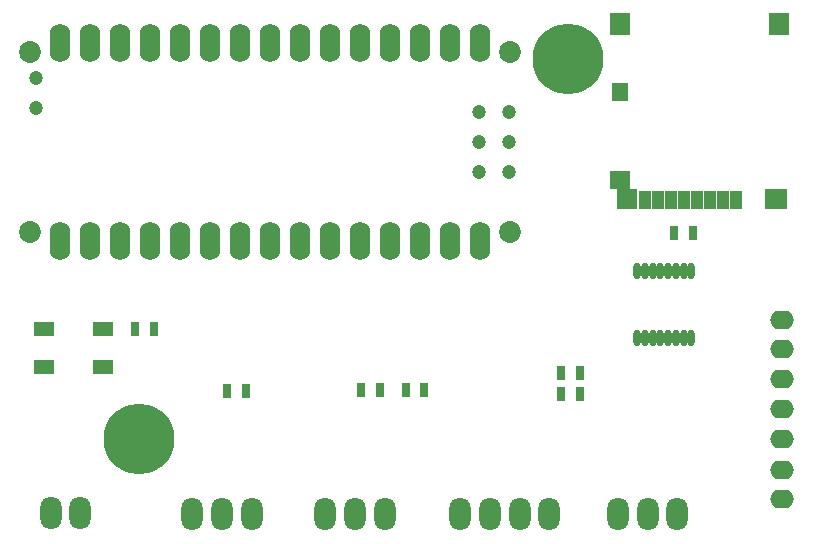
<source format=gts>
G04*
G04 #@! TF.GenerationSoftware,Altium Limited,Altium Designer,21.6.4 (81)*
G04*
G04 Layer_Color=8388736*
%FSLAX44Y44*%
%MOMM*%
G71*
G04*
G04 #@! TF.SameCoordinates,26D0E7B3-AAE4-4812-B184-49AD84F33247*
G04*
G04*
G04 #@! TF.FilePolarity,Negative*
G04*
G01*
G75*
%ADD26O,0.6032X1.4032*%
%ADD27R,0.8032X1.1532*%
%ADD28R,1.7032X1.5032*%
%ADD29R,1.7032X1.9032*%
%ADD30R,1.4032X1.6032*%
%ADD31R,1.9032X1.7032*%
%ADD32R,1.8032X1.7032*%
%ADD33R,1.0032X1.6032*%
%ADD34R,1.7032X1.2032*%
%ADD35O,2.0032X1.6032*%
%ADD36O,1.7272X3.2512*%
%ADD37C,1.8542*%
%ADD38C,1.2032*%
%ADD39O,1.8032X2.8032*%
%ADD40C,6.0000*%
D26*
X528430Y181050D02*
D03*
X534930D02*
D03*
X541430D02*
D03*
X547930D02*
D03*
X554430D02*
D03*
X560930D02*
D03*
X567430D02*
D03*
X573930D02*
D03*
X528430Y238050D02*
D03*
X534930D02*
D03*
X541430D02*
D03*
X547930D02*
D03*
X554430D02*
D03*
X560930D02*
D03*
X567430D02*
D03*
X573930D02*
D03*
D27*
X479932Y151638D02*
D03*
X463932D02*
D03*
X479932Y133350D02*
D03*
X463932D02*
D03*
X348106Y136906D02*
D03*
X332106D02*
D03*
X575430Y269748D02*
D03*
X559430D02*
D03*
X118998Y188468D02*
D03*
X102998D02*
D03*
X310610Y136906D02*
D03*
X294610D02*
D03*
X196750Y136000D02*
D03*
X180750D02*
D03*
D28*
X513268Y315092D02*
D03*
D29*
X648268Y447092D02*
D03*
X513268D02*
D03*
D30*
Y389092D02*
D03*
D31*
X645768Y298592D02*
D03*
D32*
X519768D02*
D03*
D33*
X611768Y297592D02*
D03*
X600768D02*
D03*
X589768D02*
D03*
X578768D02*
D03*
X567768D02*
D03*
X556768D02*
D03*
X545768D02*
D03*
X534768D02*
D03*
D34*
X25800Y156466D02*
D03*
Y188466D02*
D03*
X75800D02*
D03*
Y156466D02*
D03*
D35*
X650750Y171800D02*
D03*
Y196800D02*
D03*
Y95600D02*
D03*
Y69800D02*
D03*
Y44800D02*
D03*
Y121000D02*
D03*
Y146400D02*
D03*
D36*
X39800Y430620D02*
D03*
X65200D02*
D03*
X90600D02*
D03*
X116000D02*
D03*
X141400D02*
D03*
X166800D02*
D03*
X192200D02*
D03*
X217600D02*
D03*
X243000D02*
D03*
X268400D02*
D03*
X293800D02*
D03*
X319200D02*
D03*
X344600D02*
D03*
X370000D02*
D03*
X395400D02*
D03*
D03*
X39800Y262980D02*
D03*
X65200D02*
D03*
X90600D02*
D03*
X116000D02*
D03*
X141400D02*
D03*
X166800D02*
D03*
X192200D02*
D03*
X217600D02*
D03*
X243000D02*
D03*
X268400D02*
D03*
X293800D02*
D03*
X319200D02*
D03*
X344600D02*
D03*
X370000D02*
D03*
X395400D02*
D03*
D37*
X14400Y423000D02*
D03*
Y270600D02*
D03*
X420800D02*
D03*
Y423000D02*
D03*
D38*
X19480Y401410D02*
D03*
Y376010D02*
D03*
X394380Y321400D02*
D03*
X419780D02*
D03*
Y346800D02*
D03*
X394380Y372200D02*
D03*
X419780D02*
D03*
X394380Y346800D02*
D03*
D39*
X31750Y33274D02*
D03*
X56750D02*
D03*
X377894Y31750D02*
D03*
X403294D02*
D03*
X453694D02*
D03*
X428694D02*
D03*
X201971Y32500D02*
D03*
X176971D02*
D03*
X151571D02*
D03*
X314444Y32250D02*
D03*
X289444D02*
D03*
X264044D02*
D03*
X511694Y31750D02*
D03*
X537094D02*
D03*
X562094D02*
D03*
D40*
X469500Y417250D02*
D03*
X106250Y95750D02*
D03*
M02*

</source>
